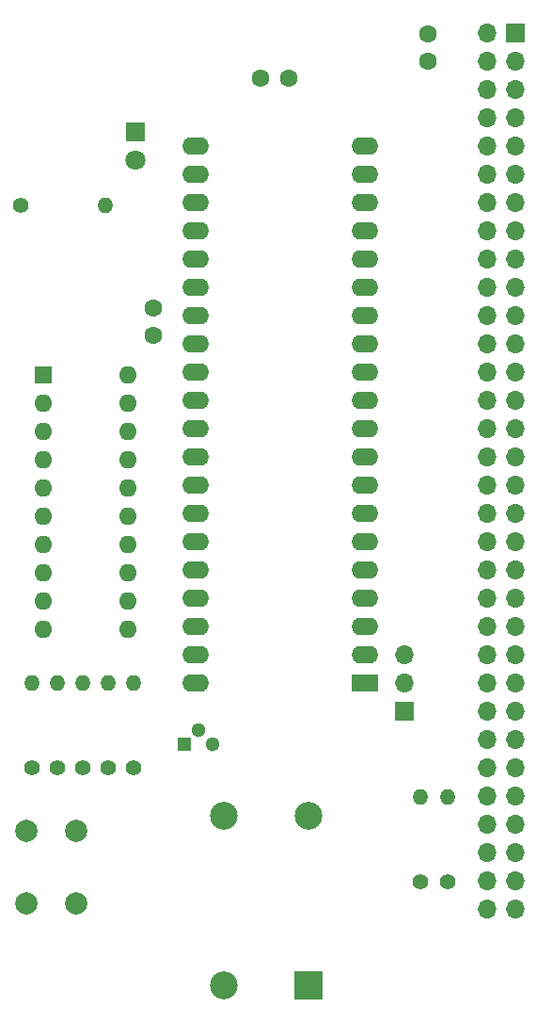
<source format=gts>
G04 #@! TF.GenerationSoftware,KiCad,Pcbnew,8.0.4*
G04 #@! TF.CreationDate,2024-09-12T21:07:59-04:00*
G04 #@! TF.ProjectId,LB-65CXX-01,4c422d36-3543-4585-982d-30312e6b6963,2*
G04 #@! TF.SameCoordinates,Original*
G04 #@! TF.FileFunction,Soldermask,Top*
G04 #@! TF.FilePolarity,Negative*
%FSLAX46Y46*%
G04 Gerber Fmt 4.6, Leading zero omitted, Abs format (unit mm)*
G04 Created by KiCad (PCBNEW 8.0.4) date 2024-09-12 21:07:59*
%MOMM*%
%LPD*%
G01*
G04 APERTURE LIST*
%ADD10C,1.400000*%
%ADD11O,1.400000X1.400000*%
%ADD12R,1.800000X1.800000*%
%ADD13C,1.800000*%
%ADD14R,1.700000X1.700000*%
%ADD15O,1.700000X1.700000*%
%ADD16R,2.400000X1.600000*%
%ADD17O,2.400000X1.600000*%
%ADD18R,1.300000X1.300000*%
%ADD19C,1.300000*%
%ADD20C,1.600000*%
%ADD21R,2.500000X2.500000*%
%ADD22C,2.500000*%
%ADD23C,2.000000*%
%ADD24R,1.600000X1.600000*%
%ADD25O,1.600000X1.600000*%
G04 APERTURE END LIST*
D10*
X135382000Y-70104000D03*
D11*
X143002000Y-70104000D03*
D12*
X145704000Y-63495000D03*
D13*
X145704000Y-66035000D03*
D14*
X179890000Y-54615000D03*
D15*
X177350000Y-54615000D03*
X179890000Y-57155000D03*
X177350000Y-57155000D03*
X179890000Y-59695000D03*
X177350000Y-59695000D03*
X179890000Y-62235000D03*
X177350000Y-62235000D03*
X179890000Y-64775000D03*
X177350000Y-64775000D03*
X179890000Y-67315000D03*
X177350000Y-67315000D03*
X179890000Y-69855000D03*
X177350000Y-69855000D03*
X179890000Y-72395000D03*
X177350000Y-72395000D03*
X179890000Y-74935000D03*
X177350000Y-74935000D03*
X179890000Y-77475000D03*
X177350000Y-77475000D03*
X179890000Y-80015000D03*
X177350000Y-80015000D03*
X179890000Y-82555000D03*
X177350000Y-82555000D03*
X179890000Y-85095000D03*
X177350000Y-85095000D03*
X179890000Y-87635000D03*
X177350000Y-87635000D03*
X179890000Y-90175000D03*
X177350000Y-90175000D03*
X179890000Y-92715000D03*
X177350000Y-92715000D03*
X179890000Y-95255000D03*
X177350000Y-95255000D03*
X179890000Y-97795000D03*
X177350000Y-97795000D03*
X179890000Y-100335000D03*
X177350000Y-100335000D03*
X179890000Y-102875000D03*
X177350000Y-102875000D03*
X179890000Y-105415000D03*
X177350000Y-105415000D03*
X179890000Y-107955000D03*
X177350000Y-107955000D03*
X179890000Y-110495000D03*
X177350000Y-110495000D03*
X179890000Y-113035000D03*
X177350000Y-113035000D03*
X179890000Y-115575000D03*
X177350000Y-115575000D03*
X179890000Y-118115000D03*
X177350000Y-118115000D03*
X179890000Y-120655000D03*
X177350000Y-120655000D03*
X179890000Y-123195000D03*
X177350000Y-123195000D03*
X179890000Y-125735000D03*
X177350000Y-125735000D03*
X179890000Y-128275000D03*
X177350000Y-128275000D03*
X179890000Y-130815000D03*
X177350000Y-130815000D03*
X179890000Y-133355000D03*
X177350000Y-133355000D03*
D16*
X166375000Y-113025000D03*
D17*
X166375000Y-110485000D03*
X166375000Y-107945000D03*
X166375000Y-105405000D03*
X166375000Y-102865000D03*
X166375000Y-100325000D03*
X166375000Y-97785000D03*
X166375000Y-95245000D03*
X166375000Y-92705000D03*
X166375000Y-90165000D03*
X166375000Y-87625000D03*
X166375000Y-85085000D03*
X166375000Y-82545000D03*
X166375000Y-80005000D03*
X166375000Y-77465000D03*
X166375000Y-74925000D03*
X166375000Y-72385000D03*
X166375000Y-69845000D03*
X166375000Y-67305000D03*
X166375000Y-64765000D03*
X151135000Y-64765000D03*
X151135000Y-67305000D03*
X151135000Y-69845000D03*
X151135000Y-72385000D03*
X151135000Y-74925000D03*
X151135000Y-77465000D03*
X151135000Y-80005000D03*
X151135000Y-82545000D03*
X151135000Y-85085000D03*
X151135000Y-87625000D03*
X151135000Y-90165000D03*
X151135000Y-92705000D03*
X151135000Y-95245000D03*
X151135000Y-97785000D03*
X151135000Y-100325000D03*
X151135000Y-102865000D03*
X151135000Y-105405000D03*
X151135000Y-107945000D03*
X151135000Y-110485000D03*
X151135000Y-113025000D03*
D10*
X171399200Y-130860800D03*
D11*
X171399200Y-123240800D03*
D10*
X145542000Y-120650000D03*
D11*
X145542000Y-113030000D03*
D10*
X140970000Y-120650000D03*
D11*
X140970000Y-113030000D03*
D10*
X136398000Y-120650000D03*
D11*
X136398000Y-113030000D03*
D18*
X150130000Y-118470000D03*
D19*
X151400000Y-117200000D03*
X152670000Y-118470000D03*
D10*
X143256000Y-120650000D03*
D11*
X143256000Y-113030000D03*
D14*
X169926000Y-115555000D03*
D15*
X169926000Y-113015000D03*
X169926000Y-110475000D03*
D10*
X173812200Y-130860800D03*
D11*
X173812200Y-123240800D03*
D20*
X156992000Y-58674000D03*
X159492000Y-58674000D03*
D21*
X161290000Y-140208000D03*
D22*
X161290000Y-124968000D03*
X153670000Y-124968000D03*
X153670000Y-140208000D03*
D20*
X172085000Y-57130000D03*
X172085000Y-54630000D03*
D23*
X135926000Y-132790000D03*
X135926000Y-126290000D03*
X140426000Y-132790000D03*
X140426000Y-126290000D03*
D10*
X138684000Y-120650000D03*
D11*
X138684000Y-113030000D03*
D20*
X147320000Y-81768000D03*
X147320000Y-79268000D03*
D24*
X137424000Y-85349000D03*
D25*
X137424000Y-87889000D03*
X137424000Y-90429000D03*
X137424000Y-92969000D03*
X137424000Y-95509000D03*
X137424000Y-98049000D03*
X137424000Y-100589000D03*
X137424000Y-103129000D03*
X137424000Y-105669000D03*
X137424000Y-108209000D03*
X145044000Y-108209000D03*
X145044000Y-105669000D03*
X145044000Y-103129000D03*
X145044000Y-100589000D03*
X145044000Y-98049000D03*
X145044000Y-95509000D03*
X145044000Y-92969000D03*
X145044000Y-90429000D03*
X145044000Y-87889000D03*
X145044000Y-85349000D03*
M02*

</source>
